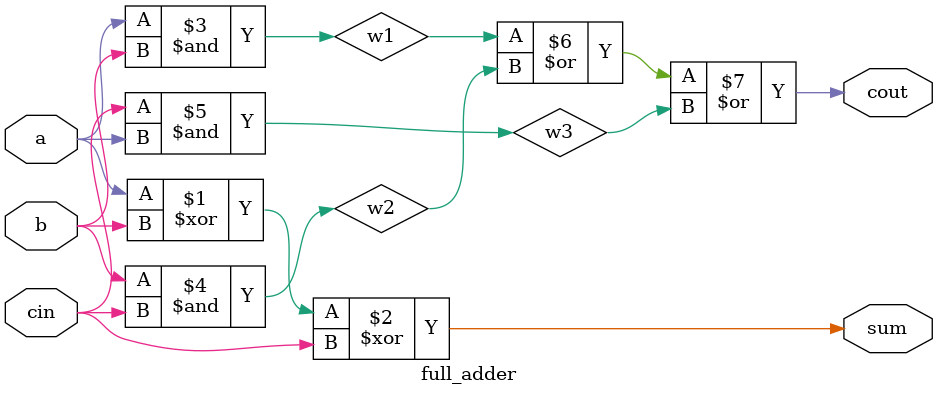
<source format=v>
`timescale 1ns / 1ps


module full_adder(
output sum,
output cout,
input a,
input b,
input cin
    );

wire w1,w2,w3;
assign sum=a^b^cin;
assign w1=a&b;
assign w2=b&cin;
assign w3=cin&a;
assign cout=w1|w2|w3;

endmodule

</source>
